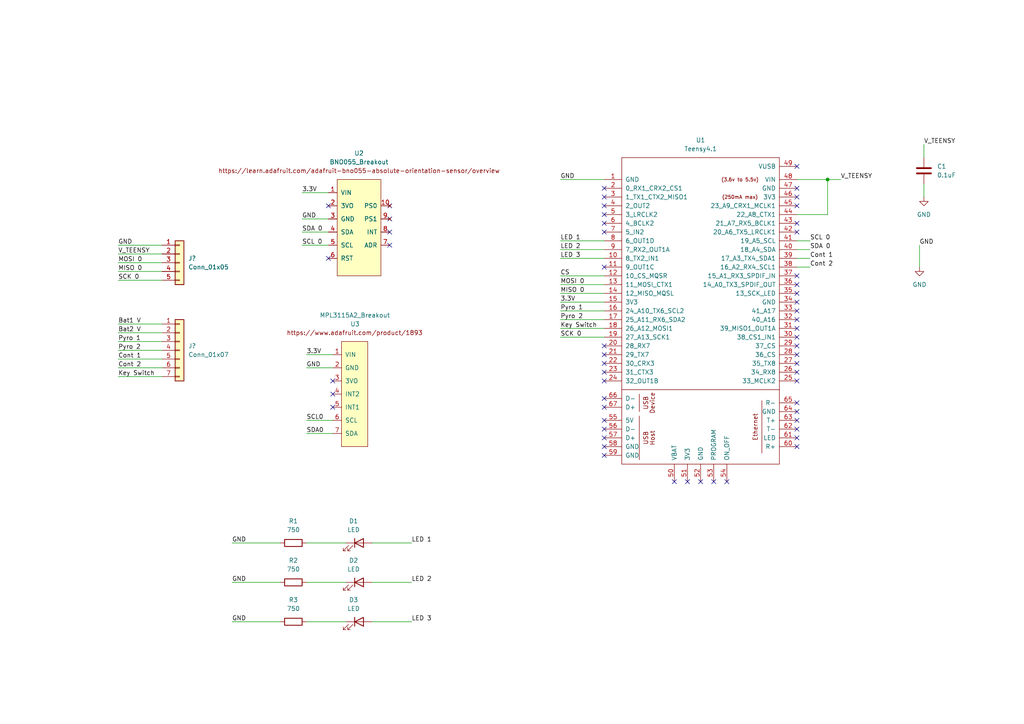
<source format=kicad_sch>
(kicad_sch (version 20211123) (generator eeschema)
  (paper "A4")
  (lib_symbols
    (symbol "Connector_Generic:Conn_01x05" (pin_names (offset 1.016) hide)
      (property "Reference" "J" (at 0 7.62 0))
      (property "Value" "Conn_01x05" (at 0 -7.62 0))
      (symbol "Conn_01x05_1_1"
        (rectangle (start -1.27 -4.953) (end 0 -5.207) (stroke (width 0.1524)))
        (rectangle (start -1.27 -2.413) (end 0 -2.667) (stroke (width 0.1524)))
        (rectangle (start -1.27 0.127) (end 0 -0.127) (stroke (width 0.1524)))
        (rectangle (start -1.27 2.667) (end 0 2.413) (stroke (width 0.1524)))
        (rectangle (start -1.27 5.207) (end 0 4.953) (stroke (width 0.1524)))
        (rectangle (start -1.27 6.35) (end 1.27 -6.35) (stroke (width 0.254)) (fill (type background)))
        (pin passive line (at -5.08 5.08 0) (length 3.81) (name "Pin_1") (number "1"))
        (pin passive line (at -5.08 2.54 0) (length 3.81) (name "Pin_2") (number "2"))
        (pin passive line (at -5.08 0 0) (length 3.81) (name "Pin_3") (number "3"))
        (pin passive line (at -5.08 -2.54 0) (length 3.81) (name "Pin_4") (number "4"))
        (pin passive line (at -5.08 -5.08 0) (length 3.81) (name "Pin_5") (number "5"))
      )
    )
    (symbol "Connector_Generic:Conn_01x07" (pin_names (offset 1.016) hide)
      (property "Reference" "J" (at 0 10.16 0))
      (property "Value" "Conn_01x07" (at 0 -10.16 0))
      (symbol "Conn_01x07_1_1"
        (rectangle (start -1.27 -7.493) (end 0 -7.747) (stroke (width 0.1524)))
        (rectangle (start -1.27 -4.953) (end 0 -5.207) (stroke (width 0.1524)))
        (rectangle (start -1.27 -2.413) (end 0 -2.667) (stroke (width 0.1524)))
        (rectangle (start -1.27 0.127) (end 0 -0.127) (stroke (width 0.1524)))
        (rectangle (start -1.27 2.667) (end 0 2.413) (stroke (width 0.1524)))
        (rectangle (start -1.27 5.207) (end 0 4.953) (stroke (width 0.1524)))
        (rectangle (start -1.27 7.747) (end 0 7.493) (stroke (width 0.1524)))
        (rectangle (start -1.27 8.89) (end 1.27 -8.89) (stroke (width 0.254)) (fill (type background)))
        (pin passive line (at -5.08 7.62 0) (length 3.81) (name "Pin_1") (number "1"))
        (pin passive line (at -5.08 5.08 0) (length 3.81) (name "Pin_2") (number "2"))
        (pin passive line (at -5.08 2.54 0) (length 3.81) (name "Pin_3") (number "3"))
        (pin passive line (at -5.08 0 0) (length 3.81) (name "Pin_4") (number "4"))
        (pin passive line (at -5.08 -2.54 0) (length 3.81) (name "Pin_5") (number "5"))
        (pin passive line (at -5.08 -5.08 0) (length 3.81) (name "Pin_6") (number "6"))
        (pin passive line (at -5.08 -7.62 0) (length 3.81) (name "Pin_7") (number "7"))
      )
    )
    (symbol "Device:C" (pin_numbers hide) (pin_names (offset 0.254))
      (property "Reference" "C" (at 0.635 2.54 0))
      (property "Value" "C" (at 0.635 -2.54 0))
      (symbol "C_0_1"
        (polyline (pts (xy -2.032 -0.762) (xy 2.032 -0.762)) (stroke (width 0.508)))
        (polyline (pts (xy -2.032 0.762) (xy 2.032 0.762)) (stroke (width 0.508)))
      )
      (symbol "C_1_1"
        (pin passive line (at 0 3.81 270) (length 2.794) (name "~") (number "1"))
        (pin passive line (at 0 -3.81 90) (length 2.794) (name "~") (number "2"))
      )
    )
    (symbol "Device:LED" (pin_numbers hide) (pin_names (offset 1.016) hide)
      (property "Reference" "D" (at 0 2.54 0))
      (property "Value" "LED" (at 0 -2.54 0))
      (symbol "LED_0_1"
        (polyline (pts (xy -1.27 -1.27) (xy -1.27 1.27)) (stroke (width 0.254)))
        (polyline (pts (xy -1.27 0) (xy 1.27 0)))
        (polyline (pts (xy 1.27 -1.27) (xy 1.27 1.27) (xy -1.27 0) (xy 1.27 -1.27)) (stroke (width 0.254)))
        (polyline (pts (xy -3.048 -0.762) (xy -4.572 -2.286) (xy -3.81 -2.286) (xy -4.572 -2.286) (xy -4.572 -1.524)))
        (polyline (pts (xy -1.778 -0.762) (xy -3.302 -2.286) (xy -2.54 -2.286) (xy -3.302 -2.286) (xy -3.302 -1.524)))
      )
      (symbol "LED_1_1"
        (pin passive line (at -3.81 0 0) (length 2.54) (name "K") (number "1"))
        (pin passive line (at 3.81 0 180) (length 2.54) (name "A") (number "2"))
      )
    )
    (symbol "Device:R" (pin_numbers hide) (pin_names (offset 0))
      (property "Reference" "R" (at 2.032 0 90))
      (property "Value" "R" (at 0 0 90))
      (symbol "R_0_1"
        (rectangle (start -1.016 -2.54) (end 1.016 2.54) (stroke (width 0.254)))
      )
      (symbol "R_1_1"
        (pin passive line (at 0 3.81 270) (length 1.27) (name "~") (number "1"))
        (pin passive line (at 0 -3.81 90) (length 1.27) (name "~") (number "2"))
      )
    )
    (symbol "REV2_SPRING_2022-rescue:BNO055_Breakout-Sensors_2021_2022" (pin_names (offset 1.016))
      (property "Reference" "U" (at 0 17.78 0))
      (property "Value" "BNO055_Breakout-Sensors_2021_2022" (at 0 20.32 0))
      (symbol "BNO055_Breakout-Sensors_2021_2022_0_0"
        (text "https://learn.adafruit.com/adafruit-bno055-absolute-orientation-sensor/overview" (at 0 15.24 0) (effects (font (size 1.27 1.27))))
      )
      (symbol "BNO055_Breakout-Sensors_2021_2022_1_1"
        (rectangle (start -6.35 12.7) (end 6.35 -15.24) (fill (type background)))
        (pin power_in line (at -8.89 8.89 0) (length 2.54) (name "VIN") (number "1"))
        (pin no_connect line (at 8.89 5.08 180) (length 2.54) (name "PS0") (number "10"))
        (pin power_out line (at -8.89 5.08 0) (length 2.54) (name "3VO") (number "2"))
        (pin power_in line (at -8.89 1.27 0) (length 2.54) (name "GND") (number "3"))
        (pin input line (at -8.89 -2.54 0) (length 2.54) (name "SDA") (number "4"))
        (pin input line (at -8.89 -6.35 0) (length 2.54) (name "SCL") (number "5"))
        (pin bidirectional line (at -8.89 -10.16 0) (length 2.54) (name "RST") (number "6"))
        (pin bidirectional line (at 8.89 -6.35 180) (length 2.54) (name "ADR") (number "7"))
        (pin output line (at 8.89 -2.54 180) (length 2.54) (name "INT") (number "8"))
        (pin no_connect line (at 8.89 1.27 180) (length 2.54) (name "PS1") (number "9"))
      )
    )
    (symbol "REV2_SPRING_2022-rescue:MPL3115A2_Breakout-Sensors_2021_2022" (pin_names (offset 1.016))
      (property "Reference" "U" (at 0 20.32 0))
      (property "Value" "MPL3115A2_Breakout-Sensors_2021_2022" (at 0 22.86 0))
      (symbol "MPL3115A2_Breakout-Sensors_2021_2022_0_0"
        (text "https://www.adafruit.com/product/1893" (at 0 17.78 0) (effects (font (size 1.27 1.27))))
      )
      (symbol "MPL3115A2_Breakout-Sensors_2021_2022_0_1"
        (rectangle (start -3.81 15.24) (end 3.81 -15.24) (fill (type background)))
      )
      (symbol "MPL3115A2_Breakout-Sensors_2021_2022_1_1"
        (pin power_in line (at -6.35 11.43 0) (length 2.54) (name "VIN") (number "1"))
        (pin power_in line (at -6.35 7.62 0) (length 2.54) (name "GND") (number "2"))
        (pin power_in line (at -6.35 3.81 0) (length 2.54) (name "3VO") (number "3"))
        (pin output line (at -6.35 0 0) (length 2.54) (name "INT2") (number "4"))
        (pin output line (at -6.35 -3.81 0) (length 2.54) (name "INT1") (number "5"))
        (pin input line (at -6.35 -7.62 0) (length 2.54) (name "SCL") (number "6"))
        (pin bidirectional line (at -6.35 -11.43 0) (length 2.54) (name "SDA") (number "7"))
      )
    )
    (symbol "Teensy:Teensy4.1" (pin_names (offset 1.016))
      (property "Reference" "U" (at 0 64.77 0))
      (property "Value" "Teensy4.1" (at 0 62.23 0))
      (symbol "Teensy4.1_0_0"
        (polyline (pts (xy -22.86 -6.35) (xy 22.86 -6.35)))
        (polyline (pts (xy -17.78 -26.67) (xy -17.78 -13.97)))
        (polyline (pts (xy -17.78 -7.62) (xy -17.78 -12.7)))
        (polyline (pts (xy 17.78 -9.525) (xy 17.78 -24.765)))
        (text "(250mA max)" (at 11.43 49.53 0) (effects (font (size 1.016 1.016))))
        (text "(3.6v to 5.5v)" (at 11.43 54.61 0) (effects (font (size 1.016 1.016))))
        (text "Device" (at -13.97 -10.16 900) (effects (font (size 1.27 1.27))))
        (text "Ethernet" (at 15.875 -17.145 900) (effects (font (size 1.27 1.27))))
        (text "Host" (at -13.97 -20.32 900) (effects (font (size 1.27 1.27))))
        (text "USB" (at -15.875 -20.32 900) (effects (font (size 1.27 1.27))))
        (text "USB" (at -15.875 -10.16 900) (effects (font (size 1.27 1.27))))
        (pin bidirectional line (at -27.94 31.75 0) (length 5.08) (name "8_TX2_IN1") (number "10"))
        (pin bidirectional line (at -27.94 29.21 0) (length 5.08) (name "9_OUT1C") (number "11"))
        (pin bidirectional line (at -27.94 26.67 0) (length 5.08) (name "10_CS_MQSR") (number "12"))
        (pin bidirectional line (at -27.94 24.13 0) (length 5.08) (name "11_MOSI_CTX1") (number "13"))
        (pin bidirectional line (at -27.94 21.59 0) (length 5.08) (name "12_MISO_MQSL") (number "14"))
        (pin power_in line (at -27.94 19.05 0) (length 5.08) (name "3V3") (number "15"))
        (pin bidirectional line (at -27.94 16.51 0) (length 5.08) (name "24_A10_TX6_SCL2") (number "16"))
        (pin bidirectional line (at -27.94 13.97 0) (length 5.08) (name "25_A11_RX6_SDA2") (number "17"))
        (pin bidirectional line (at -27.94 11.43 0) (length 5.08) (name "26_A12_MOSI1") (number "18"))
        (pin bidirectional line (at -27.94 8.89 0) (length 5.08) (name "27_A13_SCK1") (number "19"))
        (pin bidirectional line (at -27.94 6.35 0) (length 5.08) (name "28_RX7") (number "20"))
        (pin bidirectional line (at -27.94 3.81 0) (length 5.08) (name "29_TX7") (number "21"))
        (pin bidirectional line (at -27.94 1.27 0) (length 5.08) (name "30_CRX3") (number "22"))
        (pin bidirectional line (at -27.94 -1.27 0) (length 5.08) (name "31_CTX3") (number "23"))
        (pin bidirectional line (at -27.94 -3.81 0) (length 5.08) (name "32_OUT1B") (number "24"))
        (pin bidirectional line (at 27.94 -3.81 180) (length 5.08) (name "33_MCLK2") (number "25"))
        (pin bidirectional line (at 27.94 -1.27 180) (length 5.08) (name "34_RX8") (number "26"))
        (pin bidirectional line (at 27.94 1.27 180) (length 5.08) (name "35_TX8") (number "27"))
        (pin bidirectional line (at 27.94 3.81 180) (length 5.08) (name "36_CS") (number "28"))
        (pin bidirectional line (at 27.94 6.35 180) (length 5.08) (name "37_CS") (number "29"))
        (pin bidirectional line (at 27.94 8.89 180) (length 5.08) (name "38_CS1_IN1") (number "30"))
        (pin bidirectional line (at 27.94 11.43 180) (length 5.08) (name "39_MISO1_OUT1A") (number "31"))
        (pin bidirectional line (at 27.94 13.97 180) (length 5.08) (name "40_A16") (number "32"))
        (pin bidirectional line (at 27.94 16.51 180) (length 5.08) (name "41_A17") (number "33"))
        (pin bidirectional line (at 27.94 21.59 180) (length 5.08) (name "13_SCK_LED") (number "35"))
        (pin bidirectional line (at 27.94 24.13 180) (length 5.08) (name "14_A0_TX3_SPDIF_OUT") (number "36"))
        (pin bidirectional line (at 27.94 26.67 180) (length 5.08) (name "15_A1_RX3_SPDIF_IN") (number "37"))
        (pin bidirectional line (at 27.94 29.21 180) (length 5.08) (name "16_A2_RX4_SCL1") (number "38"))
        (pin bidirectional line (at 27.94 31.75 180) (length 5.08) (name "17_A3_TX4_SDA1") (number "39"))
        (pin bidirectional line (at 27.94 34.29 180) (length 5.08) (name "18_A4_SDA") (number "40"))
        (pin bidirectional line (at 27.94 36.83 180) (length 5.08) (name "19_A5_SCL") (number "41"))
        (pin bidirectional line (at 27.94 39.37 180) (length 5.08) (name "20_A6_TX5_LRCLK1") (number "42"))
        (pin bidirectional line (at 27.94 41.91 180) (length 5.08) (name "21_A7_RX5_BCLK1") (number "43"))
        (pin bidirectional line (at 27.94 44.45 180) (length 5.08) (name "22_A8_CTX1") (number "44"))
        (pin bidirectional line (at 27.94 46.99 180) (length 5.08) (name "23_A9_CRX1_MCLK1") (number "45"))
        (pin output line (at 27.94 49.53 180) (length 5.08) (name "3V3") (number "46"))
        (pin output line (at 27.94 52.07 180) (length 5.08) (name "GND") (number "47"))
        (pin power_in line (at 27.94 54.61 180) (length 5.08) (name "VIN") (number "48"))
        (pin power_out line (at 27.94 58.42 180) (length 5.08) (name "VUSB") (number "49"))
        (pin bidirectional line (at -27.94 44.45 0) (length 5.08) (name "3_LRCLK2") (number "5"))
        (pin power_in line (at -7.62 -33.02 90) (length 5.08) (name "VBAT") (number "50"))
        (pin power_in line (at -3.81 -33.02 90) (length 5.08) (name "3V3") (number "51"))
        (pin input line (at 0 -33.02 90) (length 5.08) (name "GND") (number "52"))
        (pin input line (at 3.81 -33.02 90) (length 5.08) (name "PROGRAM") (number "53"))
        (pin input line (at 7.62 -33.02 90) (length 5.08) (name "ON_OFF") (number "54"))
        (pin power_out line (at -27.94 -15.24 0) (length 5.08) (name "5V") (number "55"))
        (pin bidirectional line (at -27.94 -17.78 0) (length 5.08) (name "D-") (number "56"))
        (pin bidirectional line (at -27.94 -20.32 0) (length 5.08) (name "D+") (number "57"))
        (pin power_in line (at -27.94 -22.86 0) (length 5.08) (name "GND") (number "58"))
        (pin power_in line (at -27.94 -25.4 0) (length 5.08) (name "GND") (number "59"))
        (pin bidirectional line (at -27.94 41.91 0) (length 5.08) (name "4_BCLK2") (number "6"))
        (pin bidirectional line (at 27.94 -22.86 180) (length 5.08) (name "R+") (number "60"))
        (pin bidirectional line (at 27.94 -20.32 180) (length 5.08) (name "LED") (number "61"))
        (pin bidirectional line (at 27.94 -17.78 180) (length 5.08) (name "T-") (number "62"))
        (pin bidirectional line (at 27.94 -15.24 180) (length 5.08) (name "T+") (number "63"))
        (pin power_in line (at 27.94 -12.7 180) (length 5.08) (name "GND") (number "64"))
        (pin bidirectional line (at 27.94 -10.16 180) (length 5.08) (name "R-") (number "65"))
        (pin bidirectional line (at -27.94 -8.89 0) (length 5.08) (name "D-") (number "66"))
        (pin bidirectional line (at -27.94 -11.43 0) (length 5.08) (name "D+") (number "67"))
        (pin bidirectional line (at -27.94 39.37 0) (length 5.08) (name "5_IN2") (number "7"))
        (pin bidirectional line (at -27.94 36.83 0) (length 5.08) (name "6_OUT1D") (number "8"))
        (pin bidirectional line (at -27.94 34.29 0) (length 5.08) (name "7_RX2_OUT1A") (number "9"))
      )
      (symbol "Teensy4.1_0_1"
        (rectangle (start -22.86 60.96) (end 22.86 -27.94))
        (rectangle (start -20.32 -1.27) (end -20.32 -1.27))
      )
      (symbol "Teensy4.1_1_1"
        (pin power_in line (at -27.94 54.61 0) (length 5.08) (name "GND") (number "1"))
        (pin bidirectional line (at -27.94 52.07 0) (length 5.08) (name "0_RX1_CRX2_CS1") (number "2"))
        (pin bidirectional line (at -27.94 49.53 0) (length 5.08) (name "1_TX1_CTX2_MISO1") (number "3"))
        (pin power_in line (at 27.94 19.05 180) (length 5.08) (name "GND") (number "34"))
        (pin bidirectional line (at -27.94 46.99 0) (length 5.08) (name "2_OUT2") (number "4"))
      )
    )
    (symbol "power:GND" (power) (pin_names (offset 0))
      (property "Value" "GND" (at 0 -3.81 0))
      (symbol "GND_0_1"
        (polyline (pts (xy 0 0) (xy 0 -1.27) (xy 1.27 -1.27) (xy 0 -2.54) (xy -1.27 -1.27) (xy 0 -1.27)))
      )
      (symbol "GND_1_1"
        (pin power_in line (at 0 0 270) (length 0) hide (name "GND") (number "1"))
      )
    )
  )
  (junction (at 240.03 52.07))
  (no_connect (at 96.52 118.11))
  (no_connect (at 96.52 114.3))
  (no_connect (at 96.52 110.49))
  (no_connect (at 113.03 63.5))
  (no_connect (at 231.14 59.69))
  (no_connect (at 231.14 57.15))
  (no_connect (at 231.14 54.61))
  (no_connect (at 175.26 54.61))
  (no_connect (at 175.26 57.15))
  (no_connect (at 175.26 59.69))
  (no_connect (at 175.26 62.23))
  (no_connect (at 175.26 64.77))
  (no_connect (at 231.14 67.31))
  (no_connect (at 231.14 64.77))
  (no_connect (at 175.26 67.31))
  (no_connect (at 175.26 77.47))
  (no_connect (at 231.14 87.63))
  (no_connect (at 231.14 85.09))
  (no_connect (at 231.14 82.55))
  (no_connect (at 231.14 80.01))
  (no_connect (at 175.26 100.33))
  (no_connect (at 175.26 102.87))
  (no_connect (at 175.26 105.41))
  (no_connect (at 175.26 107.95))
  (no_connect (at 175.26 110.49))
  (no_connect (at 175.26 115.57))
  (no_connect (at 175.26 118.11))
  (no_connect (at 175.26 121.92))
  (no_connect (at 175.26 124.46))
  (no_connect (at 175.26 127))
  (no_connect (at 175.26 129.54))
  (no_connect (at 175.26 132.08))
  (no_connect (at 195.58 139.7))
  (no_connect (at 199.39 139.7))
  (no_connect (at 203.2 139.7))
  (no_connect (at 207.01 139.7))
  (no_connect (at 210.82 139.7))
  (no_connect (at 231.14 129.54))
  (no_connect (at 231.14 127))
  (no_connect (at 231.14 124.46))
  (no_connect (at 231.14 121.92))
  (no_connect (at 231.14 119.38))
  (no_connect (at 231.14 116.84))
  (no_connect (at 231.14 110.49))
  (no_connect (at 231.14 107.95))
  (no_connect (at 231.14 105.41))
  (no_connect (at 231.14 102.87))
  (no_connect (at 231.14 100.33))
  (no_connect (at 231.14 97.79))
  (no_connect (at 231.14 95.25))
  (no_connect (at 231.14 92.71))
  (no_connect (at 231.14 90.17))
  (no_connect (at 113.03 67.31))
  (no_connect (at 95.25 59.69))
  (no_connect (at 113.03 59.69))
  (no_connect (at 113.03 71.12))
  (no_connect (at 95.25 74.93))
  (no_connect (at 231.14 48.26))
  (wire (pts (xy 67.31 180.34) (xy 81.28 180.34)))
  (wire (pts (xy 88.9 121.92) (xy 96.52 121.92)))
  (wire (pts (xy 34.29 71.12) (xy 46.99 71.12)))
  (wire (pts (xy 266.7 71.12) (xy 266.7 77.47)))
  (wire (pts (xy 34.29 73.66) (xy 46.99 73.66)))
  (wire (pts (xy 162.56 90.17) (xy 175.26 90.17)))
  (wire (pts (xy 67.31 168.91) (xy 81.28 168.91)))
  (wire (pts (xy 88.9 157.48) (xy 100.33 157.48)))
  (wire (pts (xy 107.95 168.91) (xy 119.38 168.91)))
  (wire (pts (xy 162.56 52.07) (xy 175.26 52.07)))
  (wire (pts (xy 231.14 72.39) (xy 234.95 72.39)))
  (wire (pts (xy 162.56 82.55) (xy 175.26 82.55)))
  (wire (pts (xy 162.56 85.09) (xy 175.26 85.09)))
  (wire (pts (xy 34.29 106.68) (xy 46.99 106.68)))
  (wire (pts (xy 231.14 62.23) (xy 240.03 62.23)))
  (wire (pts (xy 67.31 157.48) (xy 81.28 157.48)))
  (wire (pts (xy 95.25 55.88) (xy 87.63 55.88)))
  (wire (pts (xy 34.29 96.52) (xy 46.99 96.52)))
  (wire (pts (xy 162.56 92.71) (xy 175.26 92.71)))
  (wire (pts (xy 162.56 69.85) (xy 175.26 69.85)))
  (wire (pts (xy 96.52 125.73) (xy 88.9 125.73)))
  (wire (pts (xy 162.56 80.01) (xy 175.26 80.01)))
  (wire (pts (xy 267.97 53.34) (xy 267.97 57.15)))
  (wire (pts (xy 88.9 180.34) (xy 100.33 180.34)))
  (wire (pts (xy 34.29 78.74) (xy 46.99 78.74)))
  (wire (pts (xy 87.63 71.12) (xy 95.25 71.12)))
  (wire (pts (xy 34.29 76.2) (xy 46.99 76.2)))
  (wire (pts (xy 162.56 87.63) (xy 175.26 87.63)))
  (wire (pts (xy 231.14 69.85) (xy 234.95 69.85)))
  (wire (pts (xy 107.95 157.48) (xy 119.38 157.48)))
  (wire (pts (xy 231.14 74.93) (xy 234.95 74.93)))
  (wire (pts (xy 240.03 52.07) (xy 243.84 52.07)))
  (wire (pts (xy 34.29 93.98) (xy 46.99 93.98)))
  (wire (pts (xy 231.14 77.47) (xy 234.95 77.47)))
  (wire (pts (xy 162.56 74.93) (xy 175.26 74.93)))
  (wire (pts (xy 96.52 106.68) (xy 88.9 106.68)))
  (wire (pts (xy 107.95 180.34) (xy 119.38 180.34)))
  (wire (pts (xy 231.14 52.07) (xy 240.03 52.07)))
  (wire (pts (xy 34.29 109.22) (xy 46.99 109.22)))
  (wire (pts (xy 88.9 168.91) (xy 100.33 168.91)))
  (wire (pts (xy 88.9 102.87) (xy 96.52 102.87)))
  (wire (pts (xy 95.25 63.5) (xy 87.63 63.5)))
  (wire (pts (xy 267.97 41.91) (xy 267.97 45.72)))
  (wire (pts (xy 34.29 104.14) (xy 46.99 104.14)))
  (wire (pts (xy 34.29 101.6) (xy 46.99 101.6)))
  (wire (pts (xy 34.29 99.06) (xy 46.99 99.06)))
  (wire (pts (xy 162.56 72.39) (xy 175.26 72.39)))
  (wire (pts (xy 240.03 52.07) (xy 240.03 62.23)))
  (wire (pts (xy 34.29 81.28) (xy 46.99 81.28)))
  (wire (pts (xy 95.25 67.31) (xy 87.63 67.31)))
  (wire (pts (xy 162.56 97.79) (xy 175.26 97.79)))
  (wire (pts (xy 162.56 95.25) (xy 175.26 95.25)))
  (label "LED 1" (at 119.38 157.48 0))
  (label "3.3V" (at 87.63 55.88 0))
  (label "SDA 0" (at 87.63 67.31 0))
  (label "GND" (at 67.31 168.91 0))
  (label "MISO 0" (at 162.56 85.09 0))
  (label "Pyro 2" (at 34.29 101.6 0))
  (label "Cont 2" (at 234.95 77.47 0))
  (label "LED 2" (at 119.38 168.91 0))
  (label "GND" (at 88.9 106.68 0))
  (label "Bat2 V" (at 34.29 96.52 0))
  (label "SCL 0" (at 234.95 69.85 0))
  (label "SCK 0" (at 162.56 97.79 0))
  (label "LED 3" (at 162.56 74.93 0))
  (label "Cont 1" (at 234.95 74.93 0))
  (label "MOSI 0" (at 162.56 82.55 0))
  (label "V_TEENSY" (at 267.97 41.91 0))
  (label "GND" (at 87.63 63.5 0))
  (label "Cont 2" (at 34.29 106.68 0))
  (label "Pyro 1" (at 162.56 90.17 0))
  (label "SDA0" (at 88.9 125.73 0))
  (label "LED 2" (at 162.56 72.39 0))
  (label "SDA 0" (at 234.95 72.39 0))
  (label "Key Switch" (at 162.56 95.25 0))
  (label "MOSI 0" (at 34.29 76.2 0))
  (label "Cont 1" (at 34.29 104.14 0))
  (label "MISO 0" (at 34.29 78.74 0))
  (label "3.3V" (at 88.9 102.87 0))
  (label "Bat1 V" (at 34.29 93.98 0))
  (label "GND" (at 67.31 180.34 0))
  (label "V_TEENSY" (at 243.84 52.07 0))
  (label "Key Switch" (at 34.29 109.22 0))
  (label "LED 1" (at 162.56 69.85 0))
  (label "SCK 0" (at 34.29 81.28 0))
  (label "Pyro 1" (at 34.29 99.06 0))
  (label "CS" (at 162.56 80.01 0))
  (label "Pyro 2" (at 162.56 92.71 0))
  (label "V_TEENSY" (at 34.29 73.66 0))
  (label "GND" (at 67.31 157.48 0))
  (label "GND" (at 162.56 52.07 0))
  (label "3.3V" (at 162.56 87.63 0))
  (label "SCL0" (at 88.9 121.92 0))
  (label "GND" (at 266.7 71.12 0))
  (label "SCL 0" (at 87.63 71.12 0))
  (label "LED 3" (at 119.38 180.34 0))
  (label "GND" (at 34.29 71.12 0))
  (symbol (lib_id "Teensy:Teensy4.1") (at 203.2 106.68 0) (unit 1)
    (property "Reference" "U1" (at 203.2 40.64 0))
    (property "Value" "Teensy4.1" (at 203.2 43.18 0))
  )
  (symbol (lib_id "Connector_Generic:Conn_01x05") (at 52.07 76.2 0) (unit 1)
    (property "Reference" "J?" (at 54.61 74.9299 0) (effects (justify left)))
    (property "Value" "Conn_01x05" (at 54.61 77.4699 0) (effects (justify left)))
  )
  (symbol (lib_id "power:GND") (at 266.7 77.47 0) (unit 1)
    (property "Reference" "#PWR0102" (effects hide))
    (property "Value" "GND" (at 266.7 82.55 0))
  )
  (symbol (lib_id "REV2_SPRING_2022-rescue:MPL3115A2_Breakout-Sensors_2021_2022") (at 102.87 114.3 0) (unit 1)
    (property "Reference" "U3" (at 101.6 93.98 0) (effects (justify left)))
    (property "Value" "MPL3115A2_Breakout" (at 92.71 91.44 0) (effects (justify left)))
    (property "Footprint" "sensors_2021_2022:MPL3115A2_Breakout" (effects hide))
  )
  (symbol (lib_id "Connector_Generic:Conn_01x07") (at 52.07 101.6 0) (unit 1)
    (property "Reference" "J?" (at 54.61 100.3299 0) (effects (justify left)))
    (property "Value" "Conn_01x07" (at 54.61 102.8699 0) (effects (justify left)))
  )
  (symbol (lib_id "power:GND") (at 267.97 57.15 0) (unit 1)
    (property "Reference" "#PWR0101" (effects hide))
    (property "Value" "GND" (at 267.97 62.23 0))
  )
  (symbol (lib_id "Device:R") (at 85.09 157.48 90) (unit 1)
    (property "Reference" "R1" (at 85.09 151.13 90))
    (property "Value" "750" (at 85.09 153.67 90))
  )
  (symbol (lib_id "Device:LED") (at 104.14 168.91 0) (unit 1)
    (property "Reference" "D2" (at 102.5525 162.56 0))
    (property "Value" "LED" (at 102.5525 165.1 0))
  )
  (symbol (lib_id "Device:R") (at 85.09 180.34 90) (unit 1)
    (property "Reference" "R3" (at 85.09 173.99 90))
    (property "Value" "750" (at 85.09 176.53 90))
  )
  (symbol (lib_id "Device:C") (at 267.97 49.53 0) (unit 1)
    (property "Reference" "C1" (at 271.78 48.2599 0) (effects (justify left)))
    (property "Value" "0.1uF" (at 271.78 50.7999 0) (effects (justify left)))
  )
  (symbol (lib_id "Device:LED") (at 104.14 180.34 0) (unit 1)
    (property "Reference" "D3" (at 102.5525 173.99 0))
    (property "Value" "LED" (at 102.5525 176.53 0))
  )
  (symbol (lib_id "Device:LED") (at 104.14 157.48 0) (unit 1)
    (property "Reference" "D1" (at 102.5525 151.13 0))
    (property "Value" "LED" (at 102.5525 153.67 0))
  )
  (symbol (lib_id "Device:R") (at 85.09 168.91 90) (unit 1)
    (property "Reference" "R2" (at 85.09 162.56 90))
    (property "Value" "750" (at 85.09 165.1 90))
  )
  (symbol (lib_id "REV2_SPRING_2022-rescue:BNO055_Breakout-Sensors_2021_2022") (at 104.14 64.77 0) (unit 1)
    (property "Reference" "U2" (at 104.14 44.45 0))
    (property "Value" "BNO055_Breakout" (at 104.14 46.99 0))
    (property "Footprint" "sensors_2021_2022:BNO055_Breakout" (effects hide))
  )
)
</source>
